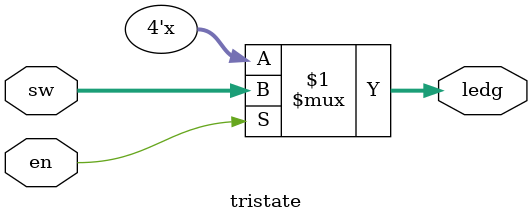
<source format=sv>
module ex15(
	input logic [7:0] sw,
	input logic s,
	output tri [3:0] ledg);

	tristate t0(sw[3:0], ~s, ledg);
	tristate t1(sw[7:4], s, ledg);
endmodule

module tristate(
	input logic [3:0]sw, 
	input logic en,
	output tri [3:0]ledg);
	
	assign ledg = en ? sw : 4'bz;
endmodule
</source>
